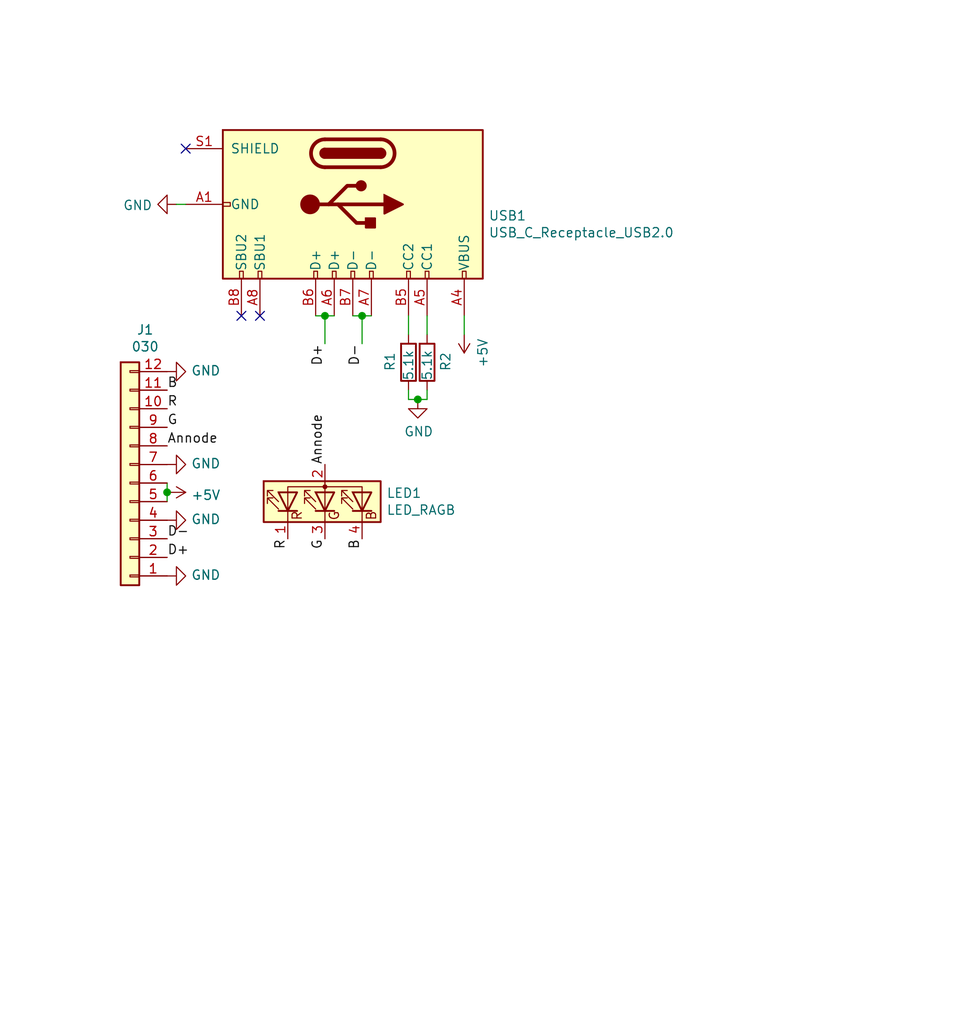
<source format=kicad_sch>
(kicad_sch (version 20211123) (generator eeschema)
  (paper "User" 132.004 140.005)
  (lib_symbols
    (symbol "Connector:USB_C_Receptacle_USB2.0" (pin_names (offset 1.016))
      (property "Reference" "J" (at -10.16 19.05 0))
      (property "Value" "USB_C_Receptacle_USB2.0" (at 19.05 19.05 0))
      (symbol "USB_C_Receptacle_USB2.0_0_0"
        (rectangle (start -0.254 -17.78) (end 0.254 -16.764))
        (rectangle (start 10.16 -14.986) (end 9.144 -15.494))
        (rectangle (start 10.16 -12.446) (end 9.144 -12.954))
        (rectangle (start 10.16 -4.826) (end 9.144 -5.334))
        (rectangle (start 10.16 -2.286) (end 9.144 -2.794))
        (rectangle (start 10.16 0.254) (end 9.144 -0.254))
        (rectangle (start 10.16 2.794) (end 9.144 2.286))
        (rectangle (start 10.16 7.874) (end 9.144 7.366))
        (rectangle (start 10.16 10.414) (end 9.144 9.906))
        (rectangle (start 10.16 15.494) (end 9.144 14.986))
      )
      (symbol "USB_C_Receptacle_USB2.0_0_1"
        (rectangle (start -10.16 17.78) (end 10.16 -17.78) (stroke (width 0.254)) (fill (type background)))
        (arc (start -8.89 -3.81) (mid -6.985 -5.715) (end -5.08 -3.81) (stroke (width 0.508)))
        (arc (start -7.62 -3.81) (mid -6.985 -4.445) (end -6.35 -3.81) (stroke (width 0.254)))
        (arc (start -7.62 -3.81) (mid -6.985 -4.445) (end -6.35 -3.81) (stroke (width 0.254)) (fill (type outline)))
        (rectangle (start -7.62 -3.81) (end -6.35 3.81) (stroke (width 0.254)) (fill (type outline)))
        (arc (start -6.35 3.81) (mid -6.985 4.445) (end -7.62 3.81) (stroke (width 0.254)))
        (arc (start -6.35 3.81) (mid -6.985 4.445) (end -7.62 3.81) (stroke (width 0.254)) (fill (type outline)))
        (arc (start -5.08 3.81) (mid -6.985 5.715) (end -8.89 3.81) (stroke (width 0.508)))
        (circle (center -2.54 1.143) (radius 0.635) (stroke (width 0.254)) (fill (type outline)))
        (circle (center 0 -5.842) (radius 1.27) (fill (type outline)))
        (polyline (pts (xy -8.89 -3.81) (xy -8.89 3.81)) (stroke (width 0.508)))
        (polyline (pts (xy -5.08 3.81) (xy -5.08 -3.81)) (stroke (width 0.508)))
        (polyline (pts (xy 0 -5.842) (xy 0 4.318)) (stroke (width 0.508)))
        (polyline (pts (xy 0 -3.302) (xy -2.54 -0.762) (xy -2.54 0.508)) (stroke (width 0.508)))
        (polyline (pts (xy 0 -2.032) (xy 2.54 0.508) (xy 2.54 1.778)) (stroke (width 0.508)))
        (polyline (pts (xy -1.27 4.318) (xy 0 6.858) (xy 1.27 4.318) (xy -1.27 4.318)) (stroke (width 0.254)) (fill (type outline)))
        (rectangle (start 1.905 1.778) (end 3.175 3.048) (stroke (width 0.254)) (fill (type outline)))
      )
      (symbol "USB_C_Receptacle_USB2.0_1_1"
        (pin passive line (at 0 -22.86 90) (length 5.08) (name "GND") (number "A1"))
        (pin passive line (at 0 -22.86 90) (length 5.08) hide (name "GND") (number "A12"))
        (pin passive line (at 15.24 15.24 180) (length 5.08) (name "VBUS") (number "A4"))
        (pin bidirectional line (at 15.24 10.16 180) (length 5.08) (name "CC1") (number "A5"))
        (pin bidirectional line (at 15.24 -2.54 180) (length 5.08) (name "D+") (number "A6"))
        (pin bidirectional line (at 15.24 2.54 180) (length 5.08) (name "D-") (number "A7"))
        (pin bidirectional line (at 15.24 -12.7 180) (length 5.08) (name "SBU1") (number "A8"))
        (pin passive line (at 15.24 15.24 180) (length 5.08) hide (name "VBUS") (number "A9"))
        (pin passive line (at 0 -22.86 90) (length 5.08) hide (name "GND") (number "B1"))
        (pin passive line (at 0 -22.86 90) (length 5.08) hide (name "GND") (number "B12"))
        (pin passive line (at 15.24 15.24 180) (length 5.08) hide (name "VBUS") (number "B4"))
        (pin bidirectional line (at 15.24 7.62 180) (length 5.08) (name "CC2") (number "B5"))
        (pin bidirectional line (at 15.24 -5.08 180) (length 5.08) (name "D+") (number "B6"))
        (pin bidirectional line (at 15.24 0 180) (length 5.08) (name "D-") (number "B7"))
        (pin bidirectional line (at 15.24 -15.24 180) (length 5.08) (name "SBU2") (number "B8"))
        (pin passive line (at 15.24 15.24 180) (length 5.08) hide (name "VBUS") (number "B9"))
        (pin passive line (at -7.62 -22.86 90) (length 5.08) (name "SHIELD") (number "S1"))
      )
    )
    (symbol "Connector_Generic:Conn_01x12" (pin_names (offset 1.016) hide)
      (property "Reference" "J" (at 0 15.24 0))
      (property "Value" "Conn_01x12" (at 0 -17.78 0))
      (symbol "Conn_01x12_1_1"
        (rectangle (start -1.27 -15.113) (end 0 -15.367) (stroke (width 0.1524)))
        (rectangle (start -1.27 -12.573) (end 0 -12.827) (stroke (width 0.1524)))
        (rectangle (start -1.27 -10.033) (end 0 -10.287) (stroke (width 0.1524)))
        (rectangle (start -1.27 -7.493) (end 0 -7.747) (stroke (width 0.1524)))
        (rectangle (start -1.27 -4.953) (end 0 -5.207) (stroke (width 0.1524)))
        (rectangle (start -1.27 -2.413) (end 0 -2.667) (stroke (width 0.1524)))
        (rectangle (start -1.27 0.127) (end 0 -0.127) (stroke (width 0.1524)))
        (rectangle (start -1.27 2.667) (end 0 2.413) (stroke (width 0.1524)))
        (rectangle (start -1.27 5.207) (end 0 4.953) (stroke (width 0.1524)))
        (rectangle (start -1.27 7.747) (end 0 7.493) (stroke (width 0.1524)))
        (rectangle (start -1.27 10.287) (end 0 10.033) (stroke (width 0.1524)))
        (rectangle (start -1.27 12.827) (end 0 12.573) (stroke (width 0.1524)))
        (rectangle (start -1.27 13.97) (end 1.27 -16.51) (stroke (width 0.254)) (fill (type background)))
        (pin passive line (at -5.08 12.7 0) (length 3.81) (name "Pin_1") (number "1"))
        (pin passive line (at -5.08 -10.16 0) (length 3.81) (name "Pin_10") (number "10"))
        (pin passive line (at -5.08 -12.7 0) (length 3.81) (name "Pin_11") (number "11"))
        (pin passive line (at -5.08 -15.24 0) (length 3.81) (name "Pin_12") (number "12"))
        (pin passive line (at -5.08 10.16 0) (length 3.81) (name "Pin_2") (number "2"))
        (pin passive line (at -5.08 7.62 0) (length 3.81) (name "Pin_3") (number "3"))
        (pin passive line (at -5.08 5.08 0) (length 3.81) (name "Pin_4") (number "4"))
        (pin passive line (at -5.08 2.54 0) (length 3.81) (name "Pin_5") (number "5"))
        (pin passive line (at -5.08 0 0) (length 3.81) (name "Pin_6") (number "6"))
        (pin passive line (at -5.08 -2.54 0) (length 3.81) (name "Pin_7") (number "7"))
        (pin passive line (at -5.08 -5.08 0) (length 3.81) (name "Pin_8") (number "8"))
        (pin passive line (at -5.08 -7.62 0) (length 3.81) (name "Pin_9") (number "9"))
      )
    )
    (symbol "Device:LED_RAGB" (pin_names (offset 0) hide)
      (property "Reference" "D" (at 0 9.398 0))
      (property "Value" "LED_RAGB" (at 0 -8.89 0))
      (symbol "LED_RAGB_0_0"
        (text "B" (at -1.905 -6.35 0) (effects (font (size 1.27 1.27))))
        (text "G" (at -1.905 -1.27 0) (effects (font (size 1.27 1.27))))
        (text "R" (at -1.905 3.81 0) (effects (font (size 1.27 1.27))))
      )
      (symbol "LED_RAGB_0_1"
        (polyline (pts (xy -1.27 -5.08) (xy -2.54 -5.08)))
        (polyline (pts (xy -1.27 -5.08) (xy 1.27 -5.08)))
        (polyline (pts (xy -1.27 -3.81) (xy -1.27 -6.35)) (stroke (width 0.254)))
        (polyline (pts (xy -1.27 0) (xy -2.54 0)))
        (polyline (pts (xy -1.27 1.27) (xy -1.27 -1.27)) (stroke (width 0.254)))
        (polyline (pts (xy -1.27 5.08) (xy -2.54 5.08)))
        (polyline (pts (xy -1.27 5.08) (xy 1.27 5.08)))
        (polyline (pts (xy -1.27 6.35) (xy -1.27 3.81)) (stroke (width 0.254)))
        (polyline (pts (xy 1.27 0) (xy -1.27 0)))
        (polyline (pts (xy 1.27 0) (xy 2.54 0)))
        (polyline (pts (xy -1.27 1.27) (xy -1.27 -1.27) (xy -1.27 -1.27)))
        (polyline (pts (xy -1.27 6.35) (xy -1.27 3.81) (xy -1.27 3.81)))
        (polyline (pts (xy 1.27 -5.08) (xy 2.032 -5.08) (xy 2.032 5.08) (xy 1.27 5.08)))
        (polyline (pts (xy 1.27 -3.81) (xy 1.27 -6.35) (xy -1.27 -5.08) (xy 1.27 -3.81)) (stroke (width 0.254)))
        (polyline (pts (xy 1.27 1.27) (xy 1.27 -1.27) (xy -1.27 0) (xy 1.27 1.27)) (stroke (width 0.254)))
        (polyline (pts (xy 1.27 6.35) (xy 1.27 3.81) (xy -1.27 5.08) (xy 1.27 6.35)) (stroke (width 0.254)))
        (polyline (pts (xy -1.016 -3.81) (xy 0.508 -2.286) (xy -0.254 -2.286) (xy 0.508 -2.286) (xy 0.508 -3.048)))
        (polyline (pts (xy -1.016 1.27) (xy 0.508 2.794) (xy -0.254 2.794) (xy 0.508 2.794) (xy 0.508 2.032)))
        (polyline (pts (xy -1.016 6.35) (xy 0.508 7.874) (xy -0.254 7.874) (xy 0.508 7.874) (xy 0.508 7.112)))
        (polyline (pts (xy 0 -3.81) (xy 1.524 -2.286) (xy 0.762 -2.286) (xy 1.524 -2.286) (xy 1.524 -3.048)))
        (polyline (pts (xy 0 1.27) (xy 1.524 2.794) (xy 0.762 2.794) (xy 1.524 2.794) (xy 1.524 2.032)))
        (polyline (pts (xy 0 6.35) (xy 1.524 7.874) (xy 0.762 7.874) (xy 1.524 7.874) (xy 1.524 7.112)))
        (rectangle (start 1.27 -1.27) (end 1.27 1.27))
        (rectangle (start 1.27 1.27) (end 1.27 1.27))
        (rectangle (start 1.27 3.81) (end 1.27 6.35))
        (rectangle (start 1.27 6.35) (end 1.27 6.35))
        (circle (center 2.032 0) (radius 0.254) (fill (type outline)))
        (rectangle (start 2.794 8.382) (end -2.794 -7.62) (stroke (width 0.254)) (fill (type background)))
      )
      (symbol "LED_RAGB_1_1"
        (pin passive line (at -5.08 5.08 0) (length 2.54) (name "RK") (number "1"))
        (pin passive line (at 5.08 0 180) (length 2.54) (name "A") (number "2"))
        (pin passive line (at -5.08 0 0) (length 2.54) (name "GK") (number "3"))
        (pin passive line (at -5.08 -5.08 0) (length 2.54) (name "BK") (number "4"))
      )
    )
    (symbol "Device:R" (pin_numbers hide) (pin_names (offset 0))
      (property "Reference" "R" (at 2.032 0 90))
      (property "Value" "R" (at 0 0 90))
      (symbol "R_0_1"
        (rectangle (start -1.016 -2.54) (end 1.016 2.54) (stroke (width 0.254)))
      )
      (symbol "R_1_1"
        (pin passive line (at 0 3.81 270) (length 1.27) (name "~") (number "1"))
        (pin passive line (at 0 -3.81 90) (length 1.27) (name "~") (number "2"))
      )
    )
    (symbol "power:+5V" (power) (pin_names (offset 0))
      (property "Value" "+5V" (at 0 3.556 0))
      (symbol "+5V_0_1"
        (polyline (pts (xy -0.762 1.27) (xy 0 2.54)))
        (polyline (pts (xy 0 0) (xy 0 2.54)))
        (polyline (pts (xy 0 2.54) (xy 0.762 1.27)))
      )
      (symbol "+5V_1_1"
        (pin power_in line (at 0 0 90) (length 0) hide (name "+5V") (number "1"))
      )
    )
    (symbol "power:GND" (power) (pin_names (offset 0))
      (property "Value" "GND" (at 0 -3.81 0))
      (symbol "GND_0_1"
        (polyline (pts (xy 0 0) (xy 0 -1.27) (xy 1.27 -1.27) (xy 0 -2.54) (xy -1.27 -1.27) (xy 0 -1.27)))
      )
      (symbol "GND_1_1"
        (pin power_in line (at 0 0 270) (length 0) hide (name "GND") (number "1"))
      )
    )
  )
  (junction (at 44.45 43.18))
  (junction (at 57.15 54.61))
  (junction (at 49.53 43.18))
  (junction (at 22.86 67.31))
  (no_connect (at 33.02 43.18))
  (no_connect (at 25.4 20.32))
  (no_connect (at 35.56 43.18))
  (wire (pts (xy 22.86 67.31) (xy 22.86 68.58)))
  (wire (pts (xy 44.45 43.18) (xy 45.72 43.18)))
  (wire (pts (xy 43.18 43.18) (xy 44.45 43.18)))
  (wire (pts (xy 49.53 43.18) (xy 49.53 46.99)))
  (wire (pts (xy 22.86 66.04) (xy 22.86 67.31)))
  (wire (pts (xy 44.45 43.18) (xy 44.45 46.99)))
  (wire (pts (xy 63.5 43.18) (xy 63.5 45.72)))
  (wire (pts (xy 58.42 43.18) (xy 58.42 45.72)))
  (wire (pts (xy 25.4 27.94) (xy 24.13 27.94)))
  (wire (pts (xy 49.53 43.18) (xy 50.8 43.18)))
  (wire (pts (xy 58.42 54.61) (xy 57.15 54.61)))
  (wire (pts (xy 55.88 54.61) (xy 57.15 54.61)))
  (wire (pts (xy 48.26 43.18) (xy 49.53 43.18)))
  (wire (pts (xy 55.88 53.34) (xy 55.88 54.61)))
  (wire (pts (xy 55.88 45.72) (xy 55.88 43.18)))
  (wire (pts (xy 58.42 53.34) (xy 58.42 54.61)))
  (label "R" (at 39.37 73.66 270))
  (label "D+" (at 44.45 46.99 270))
  (label "Annode" (at 44.45 63.5 90))
  (label "G" (at 22.86 58.42 0))
  (label "D+" (at 22.86 76.2 0))
  (label "Annode" (at 22.86 60.96 0))
  (label "D-" (at 49.53 46.99 270))
  (label "B" (at 22.86 53.34 0))
  (label "D-" (at 22.86 73.66 0))
  (label "B" (at 49.53 73.66 270))
  (label "R" (at 22.86 55.88 0))
  (label "G" (at 44.45 73.66 270))
  (symbol (lib_id "Connector:USB_C_Receptacle_USB2.0") (at 48.26 27.94 270) (unit 1)
    (property "Reference" "USB1" (at 66.802 29.4894 90) (effects (justify left)))
    (property "Value" "USB_C_Receptacle_USB2.0" (at 66.802 31.8008 90) (effects (justify left)))
    (property "Footprint" "Connector_USB:USB_C_Receptacle_HRO_TYPE-C-31-M-12" (effects hide))
    (property "Datasheet" "https://www.usb.org/sites/default/files/documents/usb_type-c.zip" (effects hide))
  )
  (symbol (lib_id "power:GND") (at 24.13 27.94 270) (unit 1)
    (property "Reference" "#PWR0102" (effects hide))
    (property "Value" "GND" (at 20.8788 28.067 90) (effects (justify right)))
  )
  (symbol (lib_id "Device:R") (at 55.88 49.53 0) (unit 1)
    (property "Reference" "R1" (at 53.34 50.8 90) (effects (justify left)))
    (property "Value" "5.1k" (at 55.88 52.07 90) (effects (justify left)))
    (property "Footprint" "Resistor_SMD:R_0603_1608Metric_Pad0.98x0.95mm_HandSolder" (effects hide))
  )
  (symbol (lib_id "Device:R") (at 58.42 49.53 180) (unit 1)
    (property "Reference" "R2" (at 60.96 50.8 90) (effects (justify right)))
    (property "Value" "5.1k" (at 58.42 52.07 90) (effects (justify right)))
    (property "Footprint" "Resistor_SMD:R_0603_1608Metric_Pad0.98x0.95mm_HandSolder" (effects hide))
  )
  (symbol (lib_id "power:GND") (at 57.15 54.61 0) (unit 1)
    (property "Reference" "#PWR0103" (effects hide))
    (property "Value" "GND" (at 57.277 59.0042 0))
  )
  (symbol (lib_id "power:+5V") (at 63.5 45.72 180) (unit 1)
    (property "Reference" "#PWR0104" (effects hide))
    (property "Value" "+5V" (at 66.04 48.26 90))
  )
  (symbol (lib_id "Connector_Generic:Conn_01x12") (at 17.78 66.04 180) (unit 1)
    (property "Reference" "J1" (at 19.8628 45.085 0))
    (property "Value" "030" (at 19.8628 47.3964 0))
    (property "Footprint" "Molex 5034801200:503480-1200" (effects hide))
  )
  (symbol (lib_id "power:GND") (at 22.86 78.74 90) (unit 1)
    (property "Reference" "#PWR0105" (effects hide))
    (property "Value" "GND" (at 26.1112 78.613 90) (effects (justify right)))
  )
  (symbol (lib_id "power:GND") (at 22.86 71.12 90) (unit 1)
    (property "Reference" "#PWR0106" (effects hide))
    (property "Value" "GND" (at 26.1112 70.993 90) (effects (justify right)))
  )
  (symbol (lib_id "power:GND") (at 22.86 63.5 90) (unit 1)
    (property "Reference" "#PWR0107" (effects hide))
    (property "Value" "GND" (at 26.1112 63.373 90) (effects (justify right)))
  )
  (symbol (lib_id "power:GND") (at 22.86 50.8 90) (unit 1)
    (property "Reference" "#PWR0108" (effects hide))
    (property "Value" "GND" (at 26.1112 50.673 90) (effects (justify right)))
  )
  (symbol (lib_id "power:+5V") (at 22.86 67.31 270) (unit 1)
    (property "Reference" "#PWR0109" (effects hide))
    (property "Value" "+5V" (at 26.1112 67.691 90) (effects (justify left)))
  )
  (symbol (lib_id "Device:LED_RAGB") (at 44.45 68.58 90) (unit 1)
    (property "Reference" "LED1" (at 52.832 67.4116 90) (effects (justify right)))
    (property "Value" "LED_RAGB" (at 52.832 69.723 90) (effects (justify right)))
    (property "Footprint" "New_LED:FM-3510RGBA-SG" (effects hide))
  )
)
</source>
